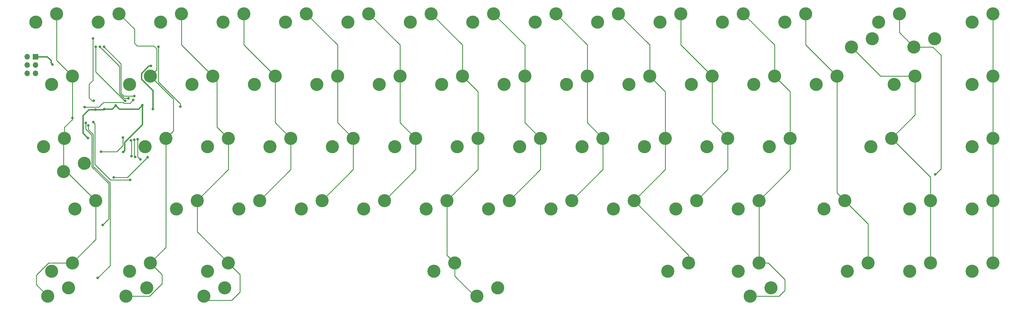
<source format=gtl>
G04 #@! TF.GenerationSoftware,KiCad,Pcbnew,(6.0.1)*
G04 #@! TF.CreationDate,2022-02-17T22:32:39-08:00*
G04 #@! TF.ProjectId,bakeneko-65-pcb,62616b65-6e65-46b6-9f2d-36352d706362,rev?*
G04 #@! TF.SameCoordinates,Original*
G04 #@! TF.FileFunction,Copper,L1,Top*
G04 #@! TF.FilePolarity,Positive*
%FSLAX46Y46*%
G04 Gerber Fmt 4.6, Leading zero omitted, Abs format (unit mm)*
G04 Created by KiCad (PCBNEW (6.0.1)) date 2022-02-17 22:32:39*
%MOMM*%
%LPD*%
G01*
G04 APERTURE LIST*
G04 #@! TA.AperFunction,ComponentPad*
%ADD10O,1.700000X1.700000*%
G04 #@! TD*
G04 #@! TA.AperFunction,ComponentPad*
%ADD11R,1.700000X1.700000*%
G04 #@! TD*
G04 #@! TA.AperFunction,ComponentPad*
%ADD12C,4.000000*%
G04 #@! TD*
G04 #@! TA.AperFunction,ViaPad*
%ADD13C,0.800000*%
G04 #@! TD*
G04 #@! TA.AperFunction,Conductor*
%ADD14C,0.381000*%
G04 #@! TD*
G04 #@! TA.AperFunction,Conductor*
%ADD15C,0.250000*%
G04 #@! TD*
G04 APERTURE END LIST*
D10*
X2535000Y-22155000D03*
X5075000Y-22155000D03*
X2535000Y-19615000D03*
X5075000Y-19615000D03*
X2535000Y-17075000D03*
D11*
X5075000Y-17075000D03*
D12*
X5190000Y-6460000D03*
X11540000Y-3920000D03*
X24240000Y-6460000D03*
X30590000Y-3920000D03*
X43290000Y-6460000D03*
X49640000Y-3920000D03*
X62340000Y-6460000D03*
X68690000Y-3920000D03*
X81390000Y-6460000D03*
X87740000Y-3920000D03*
X100440000Y-6460000D03*
X106790000Y-3920000D03*
X119490000Y-6460000D03*
X125840000Y-3920000D03*
X157590000Y-6460000D03*
X163940000Y-3920000D03*
X176640000Y-6460000D03*
X182990000Y-3920000D03*
X195690000Y-6460000D03*
X202040000Y-3920000D03*
X214740000Y-6460000D03*
X221090000Y-3920000D03*
X233790000Y-6460000D03*
X240140000Y-3920000D03*
X260460000Y-11540000D03*
X254110000Y-14080000D03*
X262365000Y-6460000D03*
X268715000Y-3920000D03*
X9952500Y-25510000D03*
X16302500Y-22970000D03*
X33765000Y-25510000D03*
X40115000Y-22970000D03*
X52815000Y-25510000D03*
X59165000Y-22970000D03*
X71865000Y-25510000D03*
X78215000Y-22970000D03*
X90915000Y-25510000D03*
X97265000Y-22970000D03*
X109965000Y-25510000D03*
X116315000Y-22970000D03*
X129015000Y-25510000D03*
X135365000Y-22970000D03*
X148065000Y-25510000D03*
X154415000Y-22970000D03*
X167115000Y-25510000D03*
X173465000Y-22970000D03*
X186165000Y-25510000D03*
X192515000Y-22970000D03*
X205215000Y-25510000D03*
X211565000Y-22970000D03*
X224265000Y-25510000D03*
X230615000Y-22970000D03*
X243315000Y-25510000D03*
X249665000Y-22970000D03*
X267127500Y-25510000D03*
X273477500Y-22970000D03*
X290940000Y-25510000D03*
X297290000Y-22970000D03*
X7571250Y-44560000D03*
X13921250Y-42020000D03*
X19953750Y-49640000D03*
X13603750Y-52180000D03*
X38527500Y-44560000D03*
X44877500Y-42020000D03*
X57577500Y-44560000D03*
X63927500Y-42020000D03*
X76627500Y-44560000D03*
X82977500Y-42020000D03*
X95677500Y-44560000D03*
X102027500Y-42020000D03*
X114727500Y-44560000D03*
X121077500Y-42020000D03*
X133777500Y-44560000D03*
X140127500Y-42020000D03*
X152827500Y-44560000D03*
X159177500Y-42020000D03*
X171877500Y-44560000D03*
X178227500Y-42020000D03*
X190927500Y-44560000D03*
X197277500Y-42020000D03*
X209977500Y-44560000D03*
X216327500Y-42020000D03*
X229027500Y-44560000D03*
X235377500Y-42020000D03*
X259983750Y-44560000D03*
X266333750Y-42020000D03*
X290940000Y-44560000D03*
X297290000Y-42020000D03*
X17096250Y-63610000D03*
X23446250Y-61070000D03*
X48052500Y-63610000D03*
X54402500Y-61070000D03*
X67102500Y-63610000D03*
X73452500Y-61070000D03*
X86152500Y-63610000D03*
X92502500Y-61070000D03*
X105202500Y-63610000D03*
X111552500Y-61070000D03*
X124252500Y-63610000D03*
X130602500Y-61070000D03*
X143302500Y-63610000D03*
X149652500Y-61070000D03*
X162352500Y-63610000D03*
X168702500Y-61070000D03*
X181402500Y-63610000D03*
X187752500Y-61070000D03*
X200452500Y-63610000D03*
X206802500Y-61070000D03*
X219502500Y-63610000D03*
X225852500Y-61070000D03*
X245696250Y-63610000D03*
X252046250Y-61070000D03*
X271890000Y-63610000D03*
X278240000Y-61070000D03*
X290940000Y-63610000D03*
X297290000Y-61070000D03*
X9952500Y-82660000D03*
X16302500Y-80120000D03*
X33765000Y-82660000D03*
X40115000Y-80120000D03*
X57577500Y-82660000D03*
X63927500Y-80120000D03*
X198071250Y-82660000D03*
X204421250Y-80120000D03*
X219502500Y-82660000D03*
X225852500Y-80120000D03*
X252840000Y-82660000D03*
X259190000Y-80120000D03*
X271890000Y-82660000D03*
X278240000Y-80120000D03*
X290940000Y-82660000D03*
X297290000Y-80120000D03*
X229503750Y-87740000D03*
X223153750Y-90280000D03*
X146160000Y-87740000D03*
X139810000Y-90280000D03*
X138540000Y-6460000D03*
X144890000Y-3920000D03*
X290940000Y-6460000D03*
X297290000Y-3920000D03*
X279510000Y-11540000D03*
X273160000Y-14080000D03*
X15191250Y-87740000D03*
X8841250Y-90280000D03*
X39003750Y-87740000D03*
X32653750Y-90280000D03*
X62816250Y-87740000D03*
X56466250Y-90280000D03*
X126633750Y-82660000D03*
X132983750Y-80120000D03*
D13*
X40277500Y-19880000D03*
X10251485Y-19431484D03*
X40887500Y-33060000D03*
X25050000Y-46150000D03*
X31750000Y-41800000D03*
X22603750Y-11443750D03*
X22893750Y-30565000D03*
X34900000Y-30310000D03*
X20100000Y-32460000D03*
X28943750Y-53970000D03*
X39300000Y-47800000D03*
X25550000Y-68550000D03*
X20428615Y-37288615D03*
X24087500Y-84737500D03*
X21153115Y-38034250D03*
X49249145Y-32284605D03*
X42553750Y-14020002D03*
X33475734Y-29774500D03*
X24710000Y-14020002D03*
X32450000Y-30550000D03*
X23460000Y-14020002D03*
X25960000Y-14020002D03*
X35200000Y-29050000D03*
X16302500Y-35811250D03*
X33944842Y-54755158D03*
X22650000Y-37034250D03*
X34224020Y-42656576D03*
X34405171Y-47444829D03*
X35206034Y-42470422D03*
X35480103Y-47701331D03*
X279650000Y-53050000D03*
X36239800Y-42335884D03*
X37050000Y-48500000D03*
X21050000Y-41950000D03*
X23350000Y-33250000D03*
X26050000Y-33100000D03*
X37720180Y-31870180D03*
X31844453Y-46155547D03*
X29561413Y-32011413D03*
D14*
X8655000Y-17075000D02*
X9790000Y-18210000D01*
D15*
X31750000Y-41800000D02*
X31750000Y-44250000D01*
D14*
X37400000Y-23900000D02*
X37400000Y-22147783D01*
X9790000Y-18210000D02*
X9790000Y-18969999D01*
X40887500Y-33060000D02*
X40887500Y-27387500D01*
D15*
X31750000Y-44250000D02*
X29850000Y-46150000D01*
D14*
X39667783Y-19880000D02*
X40277500Y-19880000D01*
X40887500Y-27387500D02*
X37400000Y-23900000D01*
X5075000Y-17075000D02*
X8655000Y-17075000D01*
D15*
X29850000Y-46150000D02*
X25050000Y-46150000D01*
D14*
X37400000Y-22147783D02*
X39667783Y-19880000D01*
X9790000Y-18969999D02*
X10251485Y-19431484D01*
D15*
X21460000Y-29696935D02*
X22328065Y-30565000D01*
X21460000Y-25480000D02*
X21460000Y-29696935D01*
X22603750Y-24336250D02*
X21460000Y-25480000D01*
X22603750Y-11443750D02*
X22603750Y-24336250D01*
X22328065Y-30565000D02*
X22893750Y-30565000D01*
X20100000Y-32460000D02*
X24367723Y-32460000D01*
X33935489Y-31274511D02*
X34900000Y-30310000D01*
X25827723Y-31000000D02*
X31827723Y-31000000D01*
X32102234Y-31274511D02*
X33935489Y-31274511D01*
X24367723Y-32460000D02*
X25827723Y-31000000D01*
X31827723Y-31000000D02*
X32102234Y-31274511D01*
X39300000Y-47800000D02*
X33130000Y-53970000D01*
X33130000Y-53970000D02*
X28943750Y-53970000D01*
X27400480Y-55877985D02*
X22278261Y-50755766D01*
X22278261Y-50755766D02*
X22278261Y-41028261D01*
X20428615Y-39178615D02*
X20428615Y-37288615D01*
X22278261Y-41028261D02*
X20428615Y-39178615D01*
X27400480Y-66699520D02*
X27400480Y-55877985D01*
X25550000Y-68550000D02*
X27400480Y-66699520D01*
X21153115Y-39267397D02*
X22727781Y-40842064D01*
X22727781Y-50569568D02*
X27850000Y-55691787D01*
X27850000Y-80975000D02*
X24087500Y-84737500D01*
X21153115Y-38034250D02*
X21153115Y-39267397D01*
X27850000Y-55691787D02*
X27850000Y-80975000D01*
X22727781Y-40842064D02*
X22727781Y-50569568D01*
X42553750Y-14020002D02*
X42553750Y-24755000D01*
X49249145Y-31450395D02*
X49249145Y-32284605D01*
X42553750Y-24755000D02*
X49249145Y-31450395D01*
X33475734Y-29774500D02*
X32103766Y-29774500D01*
X30749520Y-28420254D02*
X30749520Y-20059522D01*
X30749520Y-20059522D02*
X24710000Y-14020002D01*
X32103766Y-29774500D02*
X30749520Y-28420254D01*
X23460000Y-21766452D02*
X23460000Y-14020002D01*
X32243548Y-30550000D02*
X23460000Y-21766452D01*
X32450000Y-30550000D02*
X32243548Y-30550000D01*
X31199040Y-28234057D02*
X31199040Y-19259042D01*
X31199040Y-19259042D02*
X25960000Y-14020002D01*
X35200000Y-29050000D02*
X32975017Y-29050000D01*
X32975017Y-29050000D02*
X32975006Y-29050011D01*
X32975006Y-29050011D02*
X32014994Y-29050011D01*
X32014994Y-29050011D02*
X31199040Y-28234057D01*
X5301239Y-83870984D02*
X9052223Y-80120000D01*
X16302500Y-22970000D02*
X16302500Y-35811250D01*
X11540000Y-3920000D02*
X11540000Y-18207500D01*
X23446250Y-72976250D02*
X23446250Y-61070000D01*
X13603750Y-42337500D02*
X13921250Y-42020000D01*
X23446250Y-61070000D02*
X14556250Y-52180000D01*
X8841250Y-90280000D02*
X5301239Y-86739989D01*
X14556250Y-52180000D02*
X13603750Y-52180000D01*
X5301239Y-86739989D02*
X5301239Y-83870984D01*
X13603750Y-52180000D02*
X13603750Y-42337500D01*
X11540000Y-18207500D02*
X16302500Y-22970000D01*
X16302500Y-35811250D02*
X16302500Y-36257515D01*
X9052223Y-80120000D02*
X16302500Y-80120000D01*
X13921250Y-42020000D02*
X13921250Y-38638765D01*
X13921250Y-38638765D02*
X16302500Y-36257515D01*
X16302500Y-80120000D02*
X23446250Y-72976250D01*
X41153750Y-13730000D02*
X42065000Y-14641250D01*
X30590000Y-3920000D02*
X35278750Y-8608750D01*
X36078750Y-13730000D02*
X41153750Y-13730000D01*
X40115000Y-22970000D02*
X42065000Y-21020000D01*
X42065000Y-21020000D02*
X42065000Y-15693750D01*
X35278750Y-12930000D02*
X36078750Y-13730000D01*
X47140000Y-39757500D02*
X47140000Y-29995000D01*
X39904027Y-90280000D02*
X43655011Y-86529016D01*
X43655011Y-83660011D02*
X40115000Y-80120000D01*
X44877500Y-75357500D02*
X40115000Y-80120000D01*
X44877500Y-42020000D02*
X44877500Y-75357500D01*
X44877500Y-42020000D02*
X47140000Y-39757500D01*
X47140000Y-29995000D02*
X40115000Y-22970000D01*
X32653750Y-90280000D02*
X39904027Y-90280000D01*
X42065000Y-15693750D02*
X42065000Y-15395000D01*
X42065000Y-14641250D02*
X42065000Y-15693750D01*
X35278750Y-8608750D02*
X35278750Y-12930000D01*
X43655011Y-86529016D02*
X43655011Y-83660011D01*
X33944842Y-54755158D02*
X27955158Y-54755158D01*
X23177301Y-49977301D02*
X23177301Y-37561551D01*
X49640000Y-3920000D02*
X49640000Y-13445000D01*
X23177301Y-37561551D02*
X22650000Y-37034250D01*
X63927500Y-80120000D02*
X67467511Y-83660011D01*
X63927500Y-51545000D02*
X63927500Y-42020000D01*
X49640000Y-13445000D02*
X59165000Y-22970000D01*
X59165000Y-22970000D02*
X60490000Y-24295000D01*
X27955158Y-54755158D02*
X23177301Y-49977301D01*
X67467511Y-83660011D02*
X67467511Y-89059989D01*
X67467511Y-89059989D02*
X64928750Y-91598750D01*
X60490000Y-24295000D02*
X60490000Y-38582500D01*
X64928750Y-91598750D02*
X57785000Y-91598750D01*
X54402500Y-70595000D02*
X63927500Y-80120000D01*
X54402500Y-61070000D02*
X54402500Y-70595000D01*
X57785000Y-91598750D02*
X56466250Y-90280000D01*
X60490000Y-38582500D02*
X63927500Y-42020000D01*
X54402500Y-61070000D02*
X63927500Y-51545000D01*
X68690000Y-3920000D02*
X68690000Y-13445000D01*
X82977500Y-42020000D02*
X78215000Y-37257500D01*
X82977500Y-42020000D02*
X82977500Y-51545000D01*
X78215000Y-37257500D02*
X78215000Y-22970000D01*
X82977500Y-51545000D02*
X73452500Y-61070000D01*
X68690000Y-13445000D02*
X78215000Y-22970000D01*
X102027500Y-42020000D02*
X97265000Y-37257500D01*
X102027500Y-51545000D02*
X102027500Y-42020000D01*
X92502500Y-61070000D02*
X102027500Y-51545000D01*
X87740000Y-3920000D02*
X97265000Y-13445000D01*
X97265000Y-37257500D02*
X97265000Y-22970000D01*
X97265000Y-13445000D02*
X97265000Y-22970000D01*
X116315000Y-37257500D02*
X121077500Y-42020000D01*
X121077500Y-51545000D02*
X111552500Y-61070000D01*
X106790000Y-3920000D02*
X116315000Y-13445000D01*
X116315000Y-13445000D02*
X116315000Y-22970000D01*
X116315000Y-22970000D02*
X116315000Y-37257500D01*
X121077500Y-42020000D02*
X121077500Y-51545000D01*
X130602500Y-77738750D02*
X132983750Y-80120000D01*
X132983750Y-84140017D02*
X139123733Y-90280000D01*
X140127500Y-51545000D02*
X140127500Y-42020000D01*
X130602500Y-61070000D02*
X130602500Y-77738750D01*
X140127500Y-42020000D02*
X140127500Y-27732500D01*
X135365000Y-13445000D02*
X125840000Y-3920000D01*
X135365000Y-22970000D02*
X135365000Y-13445000D01*
X130602500Y-61070000D02*
X140127500Y-51545000D01*
X139123733Y-90280000D02*
X139810000Y-90280000D01*
X132983750Y-80120000D02*
X132983750Y-84140017D01*
X140127500Y-27732500D02*
X135365000Y-22970000D01*
X154415000Y-37257500D02*
X159177500Y-42020000D01*
X154415000Y-22970000D02*
X154415000Y-13445000D01*
X159177500Y-42020000D02*
X159177500Y-51545000D01*
X154415000Y-13445000D02*
X144890000Y-3920000D01*
X159177500Y-51545000D02*
X149652500Y-61070000D01*
X154415000Y-22970000D02*
X154415000Y-37257500D01*
X173465000Y-13445000D02*
X173465000Y-22970000D01*
X173465000Y-37257500D02*
X173465000Y-22970000D01*
X163940000Y-3920000D02*
X173465000Y-13445000D01*
X168702500Y-61070000D02*
X178227500Y-51545000D01*
X178227500Y-42020000D02*
X173465000Y-37257500D01*
X178227500Y-51545000D02*
X178227500Y-42020000D01*
X204421250Y-77738750D02*
X187752500Y-61070000D01*
X197277500Y-51545000D02*
X197277500Y-42020000D01*
X197277500Y-42020000D02*
X197277500Y-27732500D01*
X192515000Y-22970000D02*
X192515000Y-13445000D01*
X197277500Y-27732500D02*
X192515000Y-22970000D01*
X204421250Y-80120000D02*
X204421250Y-77738750D01*
X187752500Y-61070000D02*
X197277500Y-51545000D01*
X192515000Y-13445000D02*
X182990000Y-3920000D01*
X202040000Y-3920000D02*
X202040000Y-13445000D01*
X202040000Y-13445000D02*
X211565000Y-22970000D01*
X211565000Y-37257500D02*
X216327500Y-42020000D01*
X216327500Y-51545000D02*
X206802500Y-61070000D01*
X216327500Y-42020000D02*
X216327500Y-51545000D01*
X211565000Y-22970000D02*
X211565000Y-37257500D01*
X230615000Y-13445000D02*
X221090000Y-3920000D01*
X233750000Y-85189073D02*
X233750000Y-88500000D01*
X231970000Y-90280000D02*
X223153750Y-90280000D01*
X233750000Y-88500000D02*
X231970000Y-90280000D01*
X235377500Y-51545000D02*
X235377500Y-42020000D01*
X225852500Y-80120000D02*
X228680927Y-80120000D01*
X235377500Y-27732500D02*
X230615000Y-22970000D01*
X228680927Y-80120000D02*
X233750000Y-85189073D01*
X235377500Y-42020000D02*
X235377500Y-27732500D01*
X225852500Y-80120000D02*
X225852500Y-61070000D01*
X230615000Y-22970000D02*
X230615000Y-13445000D01*
X225852500Y-61070000D02*
X235377500Y-51545000D01*
X240140000Y-3920000D02*
X240140000Y-13445000D01*
X252046250Y-61070000D02*
X259190000Y-68213750D01*
X249665000Y-22970000D02*
X249665000Y-58688750D01*
X259190000Y-68213750D02*
X259190000Y-80120000D01*
X240140000Y-13445000D02*
X249665000Y-22970000D01*
X249665000Y-58688750D02*
X252046250Y-61070000D01*
X273477500Y-22970000D02*
X263000000Y-22970000D01*
X278240000Y-80120000D02*
X278240000Y-61070000D01*
X263000000Y-22970000D02*
X254110000Y-14080000D01*
X34405171Y-47444829D02*
X34350000Y-47389658D01*
X266333750Y-42020000D02*
X273477500Y-34876250D01*
X34350000Y-47389658D02*
X34350000Y-42782556D01*
X34350000Y-42782556D02*
X34224020Y-42656576D01*
X278240000Y-53926250D02*
X266333750Y-42020000D01*
X273477500Y-34876250D02*
X273477500Y-22970000D01*
X278240000Y-61070000D02*
X278240000Y-53926250D01*
X281400000Y-51400000D02*
X281400000Y-16550000D01*
X279650000Y-53050000D02*
X279750000Y-53050000D01*
X281400000Y-16550000D02*
X278930000Y-14080000D01*
X35206034Y-47427262D02*
X35206034Y-42470422D01*
X279750000Y-53050000D02*
X281400000Y-51400000D01*
X268715000Y-9635000D02*
X268715000Y-3920000D01*
X273160000Y-14080000D02*
X268715000Y-9635000D01*
X35480103Y-47701331D02*
X35206034Y-47427262D01*
X278930000Y-14080000D02*
X273160000Y-14080000D01*
X297290000Y-42020000D02*
X297290000Y-61070000D01*
X37050000Y-48500000D02*
X36202989Y-47652989D01*
X36202989Y-47652989D02*
X36202989Y-42372695D01*
X297290000Y-22970000D02*
X297290000Y-42020000D01*
X297290000Y-61070000D02*
X297290000Y-80120000D01*
X36202989Y-42372695D02*
X36239800Y-42335884D01*
X297290000Y-3920000D02*
X297290000Y-22970000D01*
D14*
X30650000Y-33100000D02*
X29561413Y-32011413D01*
X21050000Y-41950000D02*
X19550000Y-40450000D01*
X26050000Y-33100000D02*
X25900000Y-33250000D01*
X28472826Y-33100000D02*
X26050000Y-33100000D01*
X19550000Y-40450000D02*
X19550000Y-35050000D01*
X21350000Y-33250000D02*
X23350000Y-33250000D01*
X32265020Y-43234980D02*
X37720180Y-37779820D01*
X29561413Y-32011413D02*
X28472826Y-33100000D01*
X19550000Y-35050000D02*
X21350000Y-33250000D01*
X32265020Y-45734980D02*
X32265020Y-43234980D01*
X37720180Y-31870180D02*
X36490360Y-33100000D01*
X36490360Y-33100000D02*
X30650000Y-33100000D01*
X31844453Y-46155547D02*
X32265020Y-45734980D01*
X25900000Y-33250000D02*
X23350000Y-33250000D01*
X37720180Y-37779820D02*
X37720180Y-31870180D01*
M02*

</source>
